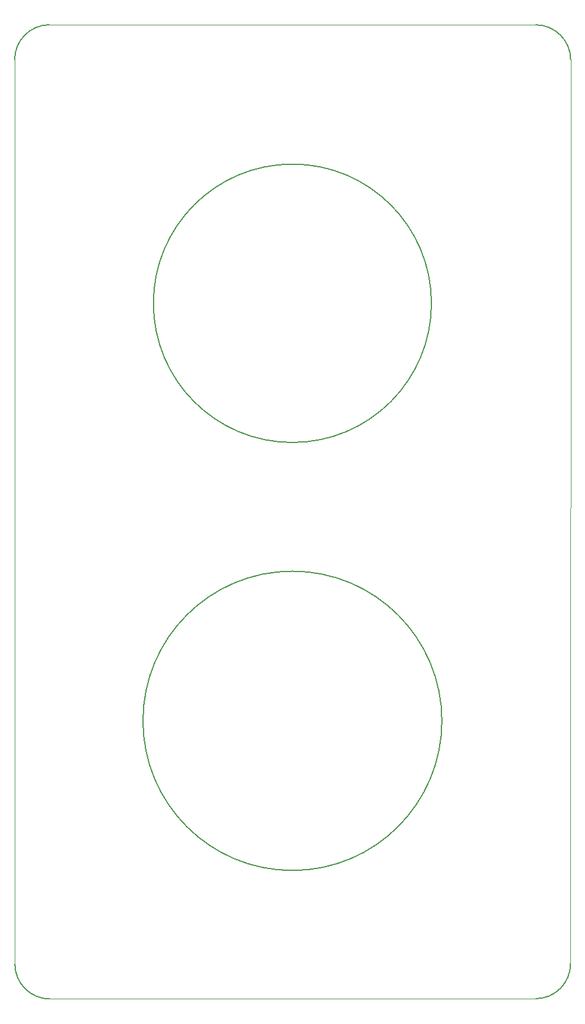
<source format=gbr>
%TF.GenerationSoftware,KiCad,Pcbnew,7.0.8*%
%TF.CreationDate,2023-11-15T14:02:00+01:00*%
%TF.ProjectId,ac-panel-rev1,61632d70-616e-4656-9c2d-726576312e6b,rev?*%
%TF.SameCoordinates,Original*%
%TF.FileFunction,Profile,NP*%
%FSLAX46Y46*%
G04 Gerber Fmt 4.6, Leading zero omitted, Abs format (unit mm)*
G04 Created by KiCad (PCBNEW 7.0.8) date 2023-11-15 14:02:00*
%MOMM*%
%LPD*%
G01*
G04 APERTURE LIST*
%TA.AperFunction,Profile*%
%ADD10C,0.200000*%
%TD*%
%TA.AperFunction,Profile*%
%ADD11C,0.150000*%
%TD*%
%TA.AperFunction,Profile*%
%ADD12C,0.100000*%
%TD*%
G04 APERTURE END LIST*
D10*
X512437529Y-467022161D02*
G75*
G03*
X507437222Y-472043785I19671J-5019939D01*
G01*
D11*
X567400000Y-507050000D02*
G75*
G03*
X567400000Y-507050000I-20000000J0D01*
G01*
D12*
X587412778Y-601956215D02*
X587427842Y-472037529D01*
D10*
X582412471Y-606977839D02*
G75*
G03*
X587412778Y-601956215I-19671J5019939D01*
G01*
D12*
X512493784Y-607012778D02*
X582412471Y-606977842D01*
X507437222Y-472043785D02*
X507472157Y-602012471D01*
X582406215Y-467037222D02*
X512437529Y-467022158D01*
D10*
X507472161Y-602012471D02*
G75*
G03*
X512493784Y-607012778I5020039J19771D01*
G01*
X587427840Y-472037529D02*
G75*
G03*
X582406215Y-467037222I-5019840J-19571D01*
G01*
D11*
X568902093Y-567050000D02*
G75*
G03*
X568902093Y-567050000I-21502093J0D01*
G01*
M02*

</source>
